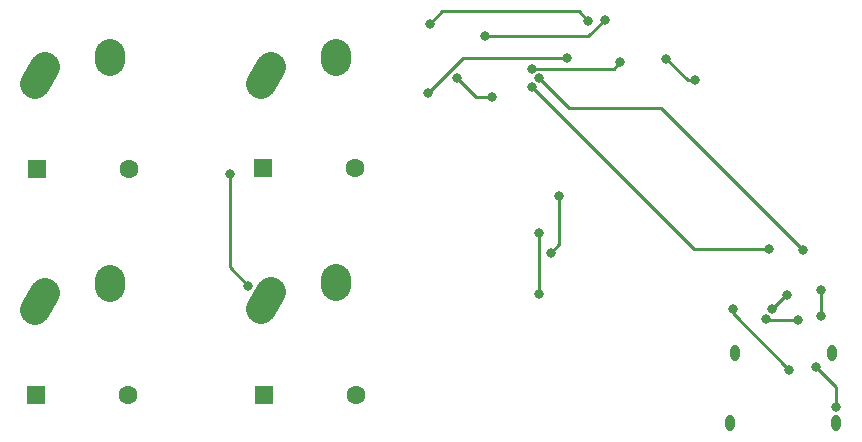
<source format=gbl>
G04 #@! TF.GenerationSoftware,KiCad,Pcbnew,5.1.4*
G04 #@! TF.CreationDate,2019-08-23T15:49:18-05:00*
G04 #@! TF.ProjectId,first_keyboard,66697273-745f-46b6-9579-626f6172642e,rev?*
G04 #@! TF.SameCoordinates,Original*
G04 #@! TF.FileFunction,Copper,L2,Bot*
G04 #@! TF.FilePolarity,Positive*
%FSLAX46Y46*%
G04 Gerber Fmt 4.6, Leading zero omitted, Abs format (unit mm)*
G04 Created by KiCad (PCBNEW 5.1.4) date 2019-08-23 15:49:18*
%MOMM*%
%LPD*%
G04 APERTURE LIST*
%ADD10C,1.600000*%
%ADD11R,1.600000X1.600000*%
%ADD12O,0.800000X1.400000*%
%ADD13C,2.500000*%
%ADD14C,2.500000*%
%ADD15C,0.800000*%
%ADD16C,0.250000*%
G04 APERTURE END LIST*
D10*
X101981250Y-93837500D03*
D11*
X94181250Y-93837500D03*
D10*
X101887500Y-112968750D03*
D11*
X94087500Y-112968750D03*
X113312500Y-93775000D03*
D10*
X121112500Y-93775000D03*
D11*
X113406250Y-112937500D03*
D10*
X121206250Y-112937500D03*
D12*
X153276250Y-109390000D03*
X161536250Y-109390000D03*
X161896250Y-115340000D03*
X152916250Y-115340000D03*
D13*
X100395000Y-84360000D03*
D14*
X100414724Y-84070672D02*
X100375276Y-84649328D01*
D13*
X94470000Y-85880000D03*
D14*
X94875453Y-85150046D02*
X94064547Y-86609954D01*
D13*
X94470000Y-105011250D03*
D14*
X94875453Y-104281296D02*
X94064547Y-105741204D01*
D13*
X100395000Y-103491250D03*
D14*
X100414724Y-103201922D02*
X100375276Y-103780578D01*
D13*
X119526250Y-84391250D03*
D14*
X119545974Y-84101922D02*
X119506526Y-84680578D01*
D13*
X113601250Y-85911250D03*
D14*
X114006703Y-85181296D02*
X113195797Y-86641204D01*
D13*
X113601250Y-104980000D03*
D14*
X114006703Y-104250046D02*
X113195797Y-105709954D01*
D13*
X119526250Y-103460000D03*
D14*
X119545974Y-103170672D02*
X119506526Y-103749328D01*
D15*
X158658179Y-106641279D03*
X155931250Y-106543164D03*
X143600000Y-84800000D03*
X136098158Y-85361257D03*
X127300000Y-87400000D03*
X139100000Y-84400000D03*
X157706165Y-104508788D03*
X156431250Y-105677138D03*
X160600000Y-104100000D03*
X160577860Y-106225000D03*
X157900000Y-110800000D03*
X153100000Y-105700000D03*
X110555558Y-94237501D03*
X112100000Y-103700000D03*
X127500000Y-81500000D03*
X140900000Y-81300000D03*
X136700000Y-99200000D03*
X136700000Y-104400000D03*
X149900000Y-86300000D03*
X147500000Y-84500000D03*
X159100000Y-100700000D03*
X136750792Y-86140742D03*
X156200000Y-100600000D03*
X136100000Y-86900000D03*
X137700000Y-100900000D03*
X138400000Y-96100000D03*
X129800000Y-86100000D03*
X132700000Y-87700000D03*
X132100000Y-82600000D03*
X142300000Y-81200000D03*
X160200000Y-110600000D03*
X161900000Y-114000000D03*
D16*
X158658179Y-106641279D02*
X156029365Y-106641279D01*
X156029365Y-106641279D02*
X155931250Y-106543164D01*
X143600000Y-84800000D02*
X143038743Y-85361257D01*
X143038743Y-85361257D02*
X136098158Y-85361257D01*
X127300000Y-87400000D02*
X130300000Y-84400000D01*
X130300000Y-84400000D02*
X139100000Y-84400000D01*
X157706165Y-104508788D02*
X157599600Y-104508788D01*
X157599600Y-104508788D02*
X156431250Y-105677138D01*
X160600000Y-104100000D02*
X160600000Y-106202860D01*
X160600000Y-106202860D02*
X160577860Y-106225000D01*
X157900000Y-110800000D02*
X153100000Y-106000000D01*
X153100000Y-106000000D02*
X153100000Y-105700000D01*
X110555558Y-94237501D02*
X110555558Y-102155558D01*
X110555558Y-102155558D02*
X112100000Y-103700000D01*
X140074999Y-80474999D02*
X140900000Y-81300000D01*
X127500000Y-81500000D02*
X128525001Y-80474999D01*
X128525001Y-80474999D02*
X140074999Y-80474999D01*
X136700000Y-99200000D02*
X136700000Y-104400000D01*
X149900000Y-86300000D02*
X149300000Y-86300000D01*
X149300000Y-86300000D02*
X147500000Y-84500000D01*
X139247397Y-88637347D02*
X136750792Y-86140742D01*
X159100000Y-100700000D02*
X147037347Y-88637347D01*
X147037347Y-88637347D02*
X139247397Y-88637347D01*
X156200000Y-100600000D02*
X149800000Y-100600000D01*
X149800000Y-100600000D02*
X136100000Y-86900000D01*
X137700000Y-100900000D02*
X138400000Y-100200000D01*
X138400000Y-100200000D02*
X138400000Y-96100000D01*
X129800000Y-86100000D02*
X131400000Y-87700000D01*
X131400000Y-87700000D02*
X132700000Y-87700000D01*
X132100000Y-82600000D02*
X140900000Y-82600000D01*
X140900000Y-82600000D02*
X142300000Y-81200000D01*
X160200000Y-110600000D02*
X161900000Y-112300000D01*
X161900000Y-112300000D02*
X161900000Y-114000000D01*
M02*

</source>
